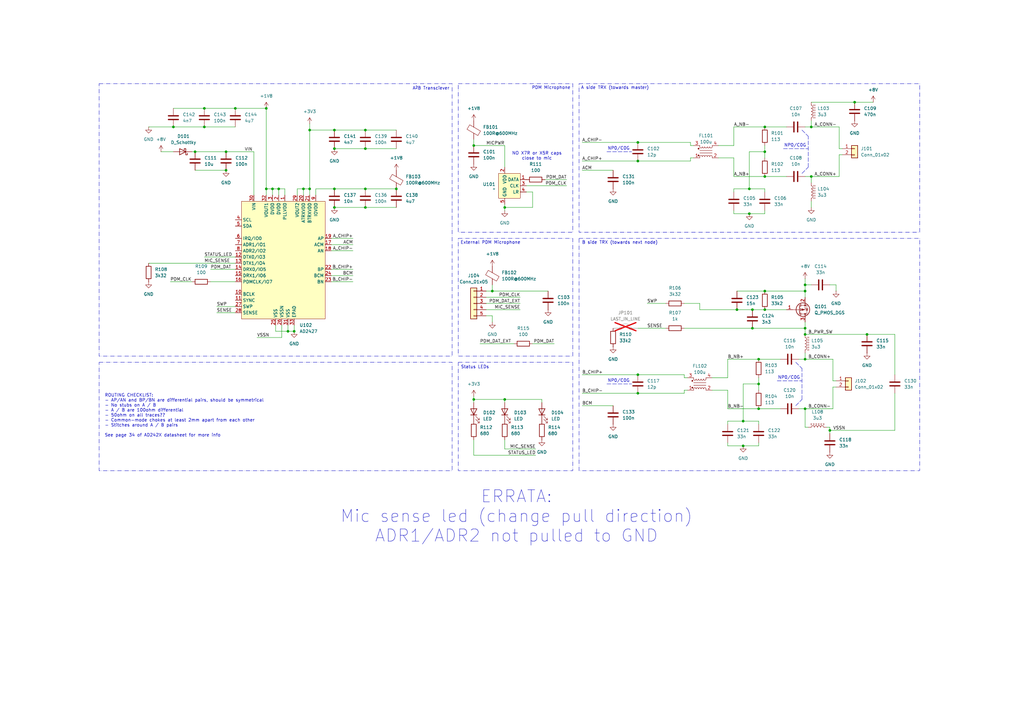
<source format=kicad_sch>
(kicad_sch (version 20231120) (generator "eeschema") (generator_version "8.0")
  (paper "A3")
  (junction (at 137.16 60.96))
  (junction (at 313.69 62.23))
  (junction (at 313.69 52.07))
  (junction (at 118.11 135.89))
  (junction (at 307.34 77.47))
  (junction (at 92.71 62.23))
  (junction (at 313.69 72.39))
  (junction (at 330.2 167.64))
  (junction (at 311.15 157.48))
  (junction (at 124.46 77.47))
  (junction (at 332.74 72.39))
  (junction (at 109.22 44.45))
  (junction (at 149.86 85.09))
  (junction (at 83.82 44.45))
  (junction (at 83.82 52.07))
  (junction (at 149.86 77.47))
  (junction (at 96.52 44.45))
  (junction (at 120.65 135.89))
  (junction (at 330.2 119.38))
  (junction (at 149.86 60.96))
  (junction (at 261.62 161.29))
  (junction (at 311.15 147.32))
  (junction (at 80.01 62.23))
  (junction (at 340.36 176.53))
  (junction (at 137.16 77.47))
  (junction (at 127 77.47))
  (junction (at 194.31 163.83))
  (junction (at 304.8 182.88))
  (junction (at 307.34 87.63))
  (junction (at 111.76 77.47))
  (junction (at 308.61 127))
  (junction (at 350.52 41.91))
  (junction (at 149.86 53.34))
  (junction (at 302.26 127))
  (junction (at 71.12 52.07))
  (junction (at 313.69 127))
  (junction (at 332.74 52.07))
  (junction (at 207.01 85.09))
  (junction (at 261.62 66.04))
  (junction (at 330.2 137.16))
  (junction (at 162.56 77.47))
  (junction (at 92.71 69.85))
  (junction (at 207.01 163.83))
  (junction (at 261.62 58.42))
  (junction (at 194.31 59.69))
  (junction (at 330.2 134.62))
  (junction (at 137.16 85.09))
  (junction (at 137.16 53.34))
  (junction (at 201.93 119.38))
  (junction (at 330.2 116.84))
  (junction (at 355.6 137.16))
  (junction (at 330.2 147.32))
  (junction (at 127 53.34))
  (junction (at 304.8 172.72))
  (junction (at 311.15 167.64))
  (junction (at 114.3 77.47))
  (junction (at 313.69 119.38))
  (junction (at 308.61 134.62))
  (junction (at 261.62 153.67))
  (junction (at 109.22 77.47))
  (wire (pts (xy 207.01 163.83) (xy 222.25 163.83)))
  (wire (pts (xy 118.11 133.35) (xy 118.11 135.89)))
  (wire (pts (xy 330.2 132.08) (xy 330.2 134.62)))
  (wire (pts (xy 69.85 115.57) (xy 78.74 115.57)))
  (wire (pts (xy 287.02 127) (xy 302.26 127)))
  (polyline (pts (xy 248.92 62.23) (xy 259.08 62.23)) (stroke (width 0) (type dash)))
  (wire (pts (xy 104.14 62.23) (xy 104.14 80.01)))
  (wire (pts (xy 313.69 62.23) (xy 313.69 64.77)))
  (wire (pts (xy 207.01 83.82) (xy 207.01 85.09)))
  (wire (pts (xy 92.71 62.23) (xy 104.14 62.23)))
  (wire (pts (xy 367.03 137.16) (xy 355.6 137.16)))
  (wire (pts (xy 341.63 158.75) (xy 341.63 167.64)))
  (wire (pts (xy 201.93 119.38) (xy 199.39 119.38)))
  (wire (pts (xy 313.69 72.39) (xy 322.58 72.39)))
  (wire (pts (xy 109.22 80.01) (xy 109.22 77.47)))
  (polyline (pts (xy 331.47 68.58) (xy 331.47 55.88)) (stroke (width 0) (type dash)))
  (wire (pts (xy 340.36 175.26) (xy 340.36 176.53)))
  (wire (pts (xy 83.82 44.45) (xy 96.52 44.45)))
  (wire (pts (xy 300.99 86.36) (xy 300.99 87.63)))
  (wire (pts (xy 330.2 137.16) (xy 355.6 137.16)))
  (wire (pts (xy 300.99 59.69) (xy 300.99 52.07)))
  (wire (pts (xy 280.67 153.67) (xy 280.67 154.94)))
  (wire (pts (xy 238.76 58.42) (xy 261.62 58.42)))
  (wire (pts (xy 96.52 44.45) (xy 109.22 44.45)))
  (wire (pts (xy 298.45 167.64) (xy 311.15 167.64)))
  (polyline (pts (xy 328.93 163.83) (xy 328.93 151.13)) (stroke (width 0) (type dash)))
  (wire (pts (xy 344.17 72.39) (xy 332.74 72.39)))
  (wire (pts (xy 367.03 153.67) (xy 367.03 137.16)))
  (wire (pts (xy 135.89 115.57) (xy 144.78 115.57)))
  (wire (pts (xy 261.62 134.62) (xy 273.05 134.62)))
  (wire (pts (xy 127 53.34) (xy 127 77.47)))
  (wire (pts (xy 149.86 60.96) (xy 162.56 60.96)))
  (wire (pts (xy 60.96 52.07) (xy 71.12 52.07)))
  (wire (pts (xy 313.69 87.63) (xy 313.69 86.36)))
  (wire (pts (xy 307.34 77.47) (xy 307.34 62.23)))
  (wire (pts (xy 135.89 113.03) (xy 144.78 113.03)))
  (wire (pts (xy 332.74 72.39) (xy 332.74 74.93)))
  (wire (pts (xy 201.93 116.84) (xy 201.93 119.38)))
  (wire (pts (xy 194.31 162.56) (xy 194.31 163.83)))
  (wire (pts (xy 88.9 128.27) (xy 96.52 128.27)))
  (wire (pts (xy 327.66 167.64) (xy 330.2 167.64)))
  (wire (pts (xy 280.67 134.62) (xy 308.61 134.62)))
  (wire (pts (xy 194.31 180.34) (xy 194.31 186.69)))
  (wire (pts (xy 238.76 69.85) (xy 251.46 69.85)))
  (wire (pts (xy 330.2 114.3) (xy 330.2 116.84)))
  (wire (pts (xy 292.1 154.94) (xy 298.45 154.94)))
  (wire (pts (xy 238.76 153.67) (xy 261.62 153.67)))
  (wire (pts (xy 340.36 175.26) (xy 339.09 175.26)))
  (wire (pts (xy 298.45 181.61) (xy 298.45 182.88)))
  (wire (pts (xy 300.99 87.63) (xy 307.34 87.63)))
  (wire (pts (xy 71.12 44.45) (xy 83.82 44.45)))
  (wire (pts (xy 300.99 52.07) (xy 313.69 52.07)))
  (wire (pts (xy 261.62 161.29) (xy 280.67 161.29)))
  (wire (pts (xy 330.2 175.26) (xy 331.47 175.26)))
  (wire (pts (xy 330.2 52.07) (xy 332.74 52.07)))
  (wire (pts (xy 298.45 160.02) (xy 298.45 167.64)))
  (wire (pts (xy 207.01 163.83) (xy 207.01 165.1)))
  (wire (pts (xy 280.67 124.46) (xy 287.02 124.46)))
  (wire (pts (xy 194.31 163.83) (xy 194.31 165.1)))
  (wire (pts (xy 121.92 77.47) (xy 124.46 77.47)))
  (wire (pts (xy 292.1 160.02) (xy 298.45 160.02)))
  (wire (pts (xy 199.39 124.46) (xy 213.36 124.46)))
  (wire (pts (xy 113.03 135.89) (xy 118.11 135.89)))
  (wire (pts (xy 114.3 77.47) (xy 116.84 77.47)))
  (wire (pts (xy 283.21 58.42) (xy 283.21 59.69)))
  (wire (pts (xy 83.82 52.07) (xy 96.52 52.07)))
  (wire (pts (xy 304.8 182.88) (xy 311.15 182.88)))
  (wire (pts (xy 304.8 157.48) (xy 311.15 157.48)))
  (wire (pts (xy 207.01 85.09) (xy 207.01 86.36)))
  (wire (pts (xy 120.65 135.89) (xy 120.65 133.35)))
  (wire (pts (xy 304.8 172.72) (xy 304.8 157.48)))
  (wire (pts (xy 298.45 172.72) (xy 304.8 172.72)))
  (wire (pts (xy 149.86 85.09) (xy 162.56 85.09)))
  (wire (pts (xy 105.41 138.43) (xy 115.57 138.43)))
  (wire (pts (xy 223.52 73.66) (xy 232.41 73.66)))
  (wire (pts (xy 307.34 87.63) (xy 313.69 87.63)))
  (wire (pts (xy 330.2 167.64) (xy 341.63 167.64)))
  (wire (pts (xy 135.89 110.49) (xy 144.78 110.49)))
  (wire (pts (xy 341.63 156.21) (xy 342.9 156.21)))
  (wire (pts (xy 367.03 176.53) (xy 367.03 161.29)))
  (polyline (pts (xy 318.77 156.21) (xy 328.93 156.21)) (stroke (width 0) (type dash)))
  (wire (pts (xy 300.99 78.74) (xy 300.99 77.47)))
  (wire (pts (xy 113.03 133.35) (xy 113.03 135.89)))
  (wire (pts (xy 129.54 80.01) (xy 129.54 77.47)))
  (wire (pts (xy 137.16 53.34) (xy 149.86 53.34)))
  (wire (pts (xy 194.31 57.15) (xy 194.31 59.69)))
  (wire (pts (xy 135.89 102.87) (xy 144.78 102.87)))
  (wire (pts (xy 283.21 66.04) (xy 283.21 64.77)))
  (wire (pts (xy 121.92 80.01) (xy 121.92 77.47)))
  (wire (pts (xy 330.2 167.64) (xy 330.2 175.26)))
  (wire (pts (xy 298.45 182.88) (xy 304.8 182.88)))
  (wire (pts (xy 280.67 154.94) (xy 281.94 154.94)))
  (wire (pts (xy 300.99 64.77) (xy 300.99 72.39)))
  (wire (pts (xy 344.17 52.07) (xy 344.17 60.96)))
  (wire (pts (xy 238.76 66.04) (xy 261.62 66.04)))
  (wire (pts (xy 327.66 147.32) (xy 330.2 147.32)))
  (wire (pts (xy 201.93 132.08) (xy 201.93 129.54)))
  (wire (pts (xy 313.69 119.38) (xy 330.2 119.38)))
  (wire (pts (xy 308.61 134.62) (xy 330.2 134.62)))
  (wire (pts (xy 307.34 62.23) (xy 313.69 62.23)))
  (wire (pts (xy 313.69 127) (xy 322.58 127)))
  (wire (pts (xy 124.46 77.47) (xy 127 77.47)))
  (polyline (pts (xy 326.39 148.59) (xy 328.93 151.13)) (stroke (width 0) (type dash)))
  (wire (pts (xy 149.86 53.34) (xy 162.56 53.34)))
  (wire (pts (xy 313.69 59.69) (xy 313.69 62.23)))
  (polyline (pts (xy 321.31 60.96) (xy 331.47 60.96)) (stroke (width 0) (type dash)))
  (wire (pts (xy 135.89 100.33) (xy 144.78 100.33)))
  (wire (pts (xy 238.76 166.37) (xy 251.46 166.37)))
  (polyline (pts (xy 248.92 157.48) (xy 259.08 157.48)) (stroke (width 0) (type dash)))
  (wire (pts (xy 215.9 76.2) (xy 232.41 76.2)))
  (wire (pts (xy 345.44 63.5) (xy 344.17 63.5)))
  (wire (pts (xy 311.15 172.72) (xy 311.15 173.99)))
  (wire (pts (xy 294.64 64.77) (xy 300.99 64.77)))
  (wire (pts (xy 207.01 59.69) (xy 207.01 68.58)))
  (wire (pts (xy 199.39 127) (xy 213.36 127)))
  (wire (pts (xy 207.01 85.09) (xy 218.44 85.09)))
  (wire (pts (xy 222.25 163.83) (xy 222.25 165.1)))
  (wire (pts (xy 219.71 184.15) (xy 207.01 184.15)))
  (wire (pts (xy 311.15 167.64) (xy 320.04 167.64)))
  (wire (pts (xy 109.22 77.47) (xy 111.76 77.47)))
  (wire (pts (xy 308.61 127) (xy 313.69 127)))
  (wire (pts (xy 283.21 59.69) (xy 284.48 59.69)))
  (wire (pts (xy 311.15 157.48) (xy 311.15 160.02)))
  (wire (pts (xy 283.21 64.77) (xy 284.48 64.77)))
  (wire (pts (xy 135.89 97.79) (xy 144.78 97.79)))
  (wire (pts (xy 88.9 125.73) (xy 96.52 125.73)))
  (wire (pts (xy 207.01 180.34) (xy 207.01 184.15)))
  (wire (pts (xy 294.64 59.69) (xy 300.99 59.69)))
  (wire (pts (xy 127 50.8) (xy 127 53.34)))
  (wire (pts (xy 66.04 62.23) (xy 71.12 62.23)))
  (wire (pts (xy 124.46 77.47) (xy 124.46 80.01)))
  (wire (pts (xy 313.69 77.47) (xy 313.69 78.74)))
  (wire (pts (xy 86.36 110.49) (xy 96.52 110.49)))
  (wire (pts (xy 111.76 77.47) (xy 111.76 80.01)))
  (wire (pts (xy 298.45 147.32) (xy 311.15 147.32)))
  (wire (pts (xy 115.57 138.43) (xy 115.57 133.35)))
  (wire (pts (xy 218.44 78.74) (xy 215.9 78.74)))
  (wire (pts (xy 311.15 154.94) (xy 311.15 157.48)))
  (wire (pts (xy 350.52 41.91) (xy 358.14 41.91)))
  (wire (pts (xy 298.45 173.99) (xy 298.45 172.72)))
  (wire (pts (xy 330.2 144.78) (xy 330.2 147.32)))
  (wire (pts (xy 78.74 62.23) (xy 80.01 62.23)))
  (wire (pts (xy 304.8 172.72) (xy 311.15 172.72)))
  (wire (pts (xy 330.2 119.38) (xy 330.2 121.92)))
  (wire (pts (xy 298.45 154.94) (xy 298.45 147.32)))
  (wire (pts (xy 60.96 107.95) (xy 96.52 107.95)))
  (wire (pts (xy 149.86 77.47) (xy 162.56 77.47)))
  (wire (pts (xy 261.62 153.67) (xy 280.67 153.67)))
  (wire (pts (xy 86.36 115.57) (xy 96.52 115.57)))
  (wire (pts (xy 332.74 72.39) (xy 330.2 72.39)))
  (wire (pts (xy 194.31 59.69) (xy 207.01 59.69)))
  (wire (pts (xy 332.74 41.91) (xy 350.52 41.91)))
  (wire (pts (xy 261.62 66.04) (xy 283.21 66.04)))
  (wire (pts (xy 137.16 77.47) (xy 149.86 77.47)))
  (wire (pts (xy 330.2 116.84) (xy 330.2 119.38)))
  (wire (pts (xy 300.99 77.47) (xy 307.34 77.47)))
  (wire (pts (xy 340.36 176.53) (xy 367.03 176.53)))
  (wire (pts (xy 313.69 52.07) (xy 322.58 52.07)))
  (wire (pts (xy 218.44 85.09) (xy 218.44 78.74)))
  (wire (pts (xy 330.2 147.32) (xy 341.63 147.32)))
  (wire (pts (xy 194.31 186.69) (xy 219.71 186.69)))
  (wire (pts (xy 287.02 124.46) (xy 287.02 127)))
  (wire (pts (xy 340.36 116.84) (xy 342.9 116.84)))
  (wire (pts (xy 71.12 52.07) (xy 83.82 52.07)))
  (wire (pts (xy 194.31 163.83) (xy 207.01 163.83)))
  (wire (pts (xy 342.9 158.75) (xy 341.63 158.75)))
  (wire (pts (xy 127 77.47) (xy 127 80.01)))
  (wire (pts (xy 302.26 127) (xy 308.61 127)))
  (wire (pts (xy 344.17 63.5) (xy 344.17 72.39)))
  (wire (pts (xy 311.15 182.88) (xy 311.15 181.61)))
  (wire (pts (xy 261.62 58.42) (xy 283.21 58.42)))
  (wire (pts (xy 116.84 77.47) (xy 116.84 80.01)))
  (wire (pts (xy 280.67 161.29) (xy 280.67 160.02)))
  (wire (pts (xy 330.2 116.84) (xy 332.74 116.84)))
  (wire (pts (xy 311.15 147.32) (xy 320.04 147.32)))
  (wire (pts (xy 302.26 119.38) (xy 313.69 119.38)))
  (wire (pts (xy 196.85 140.97) (xy 210.82 140.97)))
  (wire (pts (xy 80.01 69.85) (xy 92.71 69.85)))
  (wire (pts (xy 300.99 72.39) (xy 313.69 72.39)))
  (wire (pts (xy 332.74 52.07) (xy 344.17 52.07)))
  (wire (pts (xy 332.74 49.53) (xy 332.74 52.07)))
  (wire (pts (xy 330.2 134.62) (xy 330.2 137.16)))
  (wire (pts (xy 342.9 119.38) (xy 342.9 116.84)))
  (wire (pts (xy 341.63 147.32) (xy 341.63 156.21)))
  (wire (pts (xy 332.74 85.09) (xy 332.74 82.55)))
  (wire (pts (xy 137.16 60.96) (xy 149.86 60.96)))
  (wire (pts (xy 118.11 135.89) (xy 120.65 135.89)))
  (wire (pts (xy 280.67 160.02) (xy 281.94 160.02)))
  (wire (pts (xy 265.43 124.46) (xy 273.05 124.46)))
  (wire (pts (xy 199.39 121.92) (xy 213.36 121.92)))
  (wire (pts (xy 201.93 129.54) (xy 199.39 129.54)))
  (wire (pts (xy 83.82 105.41) (xy 96.52 105.41)))
  (wire (pts (xy 111.76 77.47) (xy 114.3 77.47)))
  (wire (pts (xy 218.44 140.97) (xy 227.33 140.97)))
  (wire (pts (xy 201.93 119.38) (xy 224.79 119.38)))
  (wire (pts (xy 127 53.34) (xy 137.16 53.34)))
  (polyline (pts (xy 328.93 53.34) (xy 331.47 55.88)) (stroke (width 0) (type dash)))
  (wire (pts (xy 137.16 85.09) (xy 149.86 85.09)))
  (wire (pts (xy 307.34 77.47) (xy 313.69 77.47)))
  (wire (pts (xy 80.01 62.23) (xy 92.71 62.23)))
  (polyline (pts (xy 326.39 166.37) (xy 328.93 163.83)) (stroke (width 0) (type dash)))
  (wire (pts (xy 129.54 77.47) (xy 137.16 77.47)))
  (wire (pts (xy 238.76 161.29) (xy 261.62 161.29)))
  (wire (pts (xy 344.17 60.96) (xy 345.44 60.96)))
  (wire (pts (xy 340.36 177.8) (xy 340.36 176.53)))
  (wire (pts (xy 109.22 44.45) (xy 109.22 77.47)))
  (wire (pts (xy 114.3 77.47) (xy 114.3 80.01)))
  (polyline (pts (xy 328.93 71.12) (xy 331.47 68.58)) (stroke (width 0) (type dash)))
  (rectangle (start 187.96 148.59) (end 234.95 193.04) (stroke (width 0) (type dash_dot)))
  (rectangle (start 237.49 34.29) (end 377.19 95.25) (stroke (width 0) (type dash_dot)))
  (rectangle (start 237.49 97.79) (end 377.19 193.04) (stroke (width 0) (type dash_dot)))
  (rectangle (start 187.96 97.79) (end 234.95 146.05) (stroke (width 0) (type dash_dot)))
  (rectangle (start 187.96 34.29) (end 234.95 95.25) (stroke (width 0) (type dash_dot)))
  (rectangle (start 40.64 148.59) (end 185.42 193.04) (stroke (width 0) (type dash_dot)))
  (rectangle (start 40.64 34.29) (end 185.42 146.05) (stroke (width 0) (type dash_dot)))
  (text "B side TRX (towards next node)" (at 254.254 99.568 0) (effects (font (size 1.27 1.27))))
  (text "Status LEDs" (at 194.818 150.622 0) (effects (font (size 1.27 1.27))))
  (text "ROUTING CHECKLIST:\n- AP/AN and BP/BN are differential pairs, should be symmetrical\n- No stubs on A / B\n- A / B are 100ohm differential\n- 50ohm on all traces??\n- Common-mode chokes at least 2mm apart from each other\n- Stitches around A / B pairs\n\nSee page 34 of AD242X datasheet for more info" (at 42.926 170.434 0) (effects (font (size 1.27 1.27)) (justify left)))
  (text "NP0/C0G" (at 323.596 154.94 0) (effects (font (size 1.27 1.27))))
  (text "A^{2}B Transciever" (at 176.784 36.322 0) (effects (font (size 1.27 1.27))))
  (text "A side TRX (towards master)" (at 252.222 36.068 0) (effects (font (size 1.27 1.27))))
  (text "PDM Microphone" (at 226.06 36.068 0) (effects (font (size 1.27 1.27))))
  (text "NP0/C0G" (at 253.746 60.96 0) (effects (font (size 1.27 1.27))))
  (text "NO X7R or X5R caps\nclose to mic" (at 220.218 64.008 0) (effects (font (size 1.27 1.27))))
  (text "External PDM Microphone" (at 201.168 99.568 0) (effects (font (size 1.27 1.27))))
  (text "NP0/C0G" (at 326.136 59.69 0) (effects (font (size 1.27 1.27))))
  (text "ERRATA:\nMic sense led (change pull direction)\nADR1/ADR2 not pulled to GND" (at 211.836 211.836 0) (effects (font (size 5 5))))
  (text "NP0/C0G" (at 253.746 156.21 0) (effects (font (size 1.27 1.27))))
  (label "A_NB+" (at 300.99 72.39 0))
  (label "ACM" (at 144.78 100.33 180))
  (label "MIC_SENSE" (at 219.71 184.15 180))
  (label "STATUS_LED" (at 219.71 186.69 180))
  (label "A_CONN-" (at 334.01 52.07 0))
  (label "A_CHIP+" (at 238.76 66.04 0))
  (label "PDM_DAT_EXT" (at 213.36 124.46 180))
  (label "A_CHIP-" (at 238.76 58.42 0))
  (label "ACM" (at 238.76 69.85 0))
  (label "B_CHIP+" (at 144.78 110.49 180))
  (label "MIC_SENSE" (at 213.36 127 180))
  (label "PDM_CLK" (at 232.41 76.2 180))
  (label "MIC_SENSE" (at 83.82 107.95 0))
  (label "B_CHIP-" (at 144.78 115.57 180))
  (label "VSSN" (at 105.41 138.43 0))
  (label "MICPWR" (at 199.39 59.69 0))
  (label "BCM" (at 144.78 113.03 180))
  (label "SWP" (at 88.9 125.73 0))
  (label "B_CHIP+" (at 238.76 153.67 0))
  (label "VIN" (at 100.33 62.23 0))
  (label "SENSE" (at 265.43 134.62 0))
  (label "B_CHIP-" (at 238.76 161.29 0))
  (label "A_CHIP+" (at 144.78 97.79 180))
  (label "PDM_DAT_EXT" (at 196.85 140.97 0))
  (label "A_NB-" (at 300.99 52.07 0))
  (label "B_CONN+" (at 331.47 147.32 0))
  (label "PDM_CLK" (at 213.36 121.92 180))
  (label "B_NB-" (at 298.45 167.64 0))
  (label "BCM" (at 238.76 166.37 0))
  (label "PDM_CLK" (at 69.85 115.57 0))
  (label "A_CHIP-" (at 144.78 102.87 180))
  (label "B_PWR_SW" (at 331.47 137.16 0))
  (label "B_CONN-" (at 331.47 167.64 0))
  (label "PDM_DAT" (at 86.36 110.49 0))
  (label "VSSN" (at 346.71 176.53 180))
  (label "PDM_DAT" (at 232.41 73.66 180))
  (label "SENSE" (at 88.9 128.27 0))
  (label "SWP" (at 265.43 124.46 0))
  (label "B_NB+" (at 298.45 147.32 0))
  (label "PDM_DAT" (at 227.33 140.97 180))
  (label "STATUS_LED" (at 83.82 105.41 0))
  (label "A_CONN+" (at 334.01 72.39 0))
  (symbol (lib_id "Device:C") (at 355.6 140.97 0) (unit 1)
    (property "Reference" "C115" (at 359.41 139.6999 0) (effects (justify left)))
    (property "Value" "33n" (at 359.41 142.2399 0) (effects (justify left)))
    (property "Footprint" "Capacitor_SMD:C_0603_1608Metric" (effects (hide yes)))
    (property "Description" "Unpolarized capacitor" (effects (hide yes)))
    (property "JLC" "0603" (effects (hide yes)))
    (property "LCSC" "C21117" (effects (hide yes)))
  )
  (symbol (lib_id "Device:LED") (at 207.01 168.91 90) (unit 1)
    (property "Reference" "D103" (at 210.82 169.2274 90) (effects (justify right)))
    (property "Value" "LED" (at 210.82 171.7674 90) (effects (justify right)))
    (property "Footprint" "LED_SMD:LED_0603_1608Metric" (effects (hide yes)))
    (property "Description" "Light emitting diode" (effects (hide yes)))
    (property "JLC" "0603" (effects (hide yes)))
    (property "LCSC" "C2286" (effects (hide yes)))
  )
  (symbol (lib_id "Device:C") (at 162.56 81.28 0) (unit 1)
    (property "Reference" "C138" (at 166.37 80.0099 0) (effects (justify left)))
    (property "Value" "4u7" (at 166.37 82.5499 0) (effects (justify left)))
    (property "Footprint" "Capacitor_SMD:C_0603_1608Metric" (effects (hide yes)))
    (property "Description" "Unpolarized capacitor" (effects (hide yes)))
    (property "JLC" "0603" (effects (hide yes)))
    (property "LCSC" "C19666" (effects (hide yes)))
  )
  (symbol (lib_id "Device:R") (at 60.96 111.76 0) (unit 1)
    (property "Reference" "R108" (at 63.5 110.4899 0) (effects (justify left)))
    (property "Value" "3k32" (at 63.5 113.0299 0) (effects (justify left)))
    (property "Footprint" "Resistor_SMD:R_0402_1005Metric" (effects (hide yes)))
    (property "Description" "Resistor" (effects (hide yes)))
    (property "JLC" "0402" (effects (hide yes)))
    (property "LCSC" "C321450" (effects (hide yes)))
  )
  (symbol (lib_id "Device:D_Schottky") (at 74.93 62.23 180) (unit 1)
    (property "Reference" "D101" (at 75.2475 55.88 0))
    (property "Value" "D_Schottky" (at 75.2475 58.42 0))
    (property "Footprint" "Diode_SMD:D_SMA" (effects (hide yes)))
    (property "Description" "Schottky diode" (effects (hide yes)))
    (property "JLC" "SMA(DO-214AC)" (effects (hide yes)))
    (property "LCSC" "C8678" (effects (hide yes)))
  )
  (symbol (lib_id "Device:C") (at 350.52 45.72 0) (unit 1)
    (property "Reference" "C109" (at 354.33 44.4499 0) (effects (justify left)))
    (property "Value" "470n" (at 354.33 46.9899 0) (effects (justify left)))
    (property "Footprint" "Capacitor_SMD:C_0805_2012Metric" (effects (hide yes)))
    (property "Description" "Unpolarized capacitor" (effects (hide yes)))
    (property "JLC" "0805" (effects (hide yes)))
    (property "LCSC" "C13967" (effects (hide yes)))
  )
  (symbol (lib_id "Device:C") (at 261.62 157.48 180) (unit 1)
    (property "Reference" "C117" (at 265.43 156.2099 0) (effects (justify right)))
    (property "Value" "12p" (at 265.43 158.7499 0) (effects (justify right)))
    (property "Footprint" "Capacitor_SMD:C_0402_1005Metric" (effects (hide yes)))
    (property "Description" "Unpolarized capacitor" (effects (hide yes)))
    (property "JLC" "0402" (effects (hide yes)))
    (property "LCSC" "C1547" (effects (hide yes)))
  )
  (symbol (lib_id "Device:C") (at 298.45 177.8 180) (unit 1)
    (property "Reference" "C121" (at 302.26 176.5299 0) (effects (justify right)))
    (property "Value" "33n" (at 302.26 179.0699 0) (effects (justify right)))
    (property "Footprint" "Capacitor_SMD:C_0603_1608Metric" (effects (hide yes)))
    (property "Description" "Unpolarized capacitor" (effects (hide yes)))
    (property "JLC" "0603" (effects (hide yes)))
    (property "LCSC" "C21117" (effects (hide yes)))
  )
  (symbol (lib_id "Connector_Generic:Conn_01x02") (at 347.98 156.21 0) (unit 1)
    (property "Reference" "J102" (at 350.52 156.2099 0) (effects (justify left)))
    (property "Value" "Conn_01x02" (at 350.52 158.7499 0) (effects (justify left)))
    (property "Footprint" "Connector_JST:JST_PH_S2B-PH-SM4-TB_1x02-1MP_P2.00mm_Horizontal" (effects (hide yes)))
    (property "Description" "Generic connector, single row, 01x02, script generated (kicad-library-utils/schlib/autogen/connector/)" (effects (hide yes)))
    (property "JLC" "SMD,P=2mm" (effects (hide yes)))
    (property "LCSC" "C295747" (effects (hide yes)))
  )
  (symbol (lib_id "Device:L_Ferrite") (at 330.2 140.97 0) (unit 1)
    (property "Reference" "L105" (at 332.74 139.6999 0) (effects (justify left)))
    (property "Value" "3u3" (at 332.74 142.2399 0) (effects (justify left)))
    (property "Footprint" "Inductor_SMD:L_0805_2012Metric" (effects (hide yes)))
    (property "Description" "Inductor with ferrite core" (effects (hide yes)))
    (property "JLC" "0805" (effects (hide yes)))
    (property "LCSC" "C162585" (effects (hide yes)))
  )
  (symbol (lib_id "Device:R") (at 251.46 138.43 180) (unit 1)
    (property "Reference" "R110" (at 254 137.1599 0) (effects (justify right)))
    (property "Value" "33k2" (at 254 139.6999 0) (effects (justify right)))
    (property "Footprint" "Resistor_SMD:R_0402_1005Metric" (effects (hide yes)))
    (property "Description" "Resistor" (effects (hide yes)))
    (property "JLC" "0402" (effects (hide yes)))
    (property "LCSC" "C122548" (effects (hide yes)))
  )
  (symbol (lib_id "Device:R") (at 222.25 176.53 0) (unit 1)
    (property "Reference" "R114" (at 224.79 175.2599 0) (effects (justify left)))
    (property "Value" "680" (at 224.79 177.7999 0) (effects (justify left)))
    (property "Footprint" "Resistor_SMD:R_0402_1005Metric" (effects (hide yes)))
    (property "Description" "Resistor" (effects (hide yes)))
    (property "JLC" "0402" (effects (hide yes)))
    (property "LCSC" "C25130" (effects (hide yes)))
  )
  (symbol (lib_id "power:+8V") (at 66.04 62.23 0) (unit 1)
    (property "Reference" "#PWR0109" (effects (hide yes)))
    (property "Value" "+8V" (at 66.04 57.15 0))
    (property "Description" "Power symbol creates a global label with name \"+8V\"" (effects (hide yes)))
  )
  (symbol (lib_id "power:GND") (at 304.8 182.88 0) (unit 1)
    (property "Reference" "#PWR0117" (effects (hide yes)))
    (property "Value" "GND" (at 304.8 187.96 0))
    (property "Description" "Power symbol creates a global label with name \"GND\" , ground" (effects (hide yes)))
  )
  (symbol (lib_id "Device:C") (at 137.16 57.15 0) (unit 1)
    (property "Reference" "C141" (at 140.97 55.8799 0) (effects (justify left)))
    (property "Value" "4n7" (at 140.97 58.4199 0) (effects (justify left)))
    (property "Footprint" "Capacitor_SMD:C_0402_1005Metric" (effects (hide yes)))
    (property "Description" "Unpolarized capacitor" (effects (hide yes)))
    (property "JLC" "0402" (effects (hide yes)))
    (property "LCSC" "C1538" (effects (hide yes)))
  )
  (symbol (lib_id "power:GND") (at 251.46 173.99 0) (unit 1)
    (property "Reference" "#PWR0121" (effects (hide yes)))
    (property "Value" "GND" (at 251.46 179.07 0))
    (property "Description" "Power symbol creates a global label with name \"GND\" , ground" (effects (hide yes)))
  )
  (symbol (lib_id "Device:C") (at 340.36 181.61 0) (unit 1)
    (property "Reference" "C118" (at 344.17 180.3399 0) (effects (justify left)))
    (property "Value" "33n" (at 344.17 182.8799 0) (effects (justify left)))
    (property "Footprint" "Capacitor_SMD:C_0603_1608Metric" (effects (hide yes)))
    (property "Description" "Unpolarized capacitor" (effects (hide yes)))
    (property "JLC" "0603" (effects (hide yes)))
    (property "LCSC" "C21117" (effects (hide yes)))
  )
  (symbol (lib_id "Jumper:Jumper_2_Open") (at 256.54 134.62 0) (unit 1) (exclude_from_sim yes) (dnp yes)
    (property "Reference" "JP101" (at 256.54 128.27 0))
    (property "Value" "LAST_IN_LINE" (at 256.54 130.81 0))
    (property "Footprint" "Connector_PinHeader_1.27mm:PinHeader_1x02_P1.27mm_Vertical" (effects (hide yes)))
    (property "Description" "Jumper, 2-pole, open" (effects (hide yes)))
  )
  (symbol (lib_id "Device:C") (at 149.86 57.15 0) (unit 1)
    (property "Reference" "C139" (at 153.67 55.8799 0) (effects (justify left)))
    (property "Value" "100n" (at 153.67 58.4199 0) (effects (justify left)))
    (property "Footprint" "Capacitor_SMD:C_0402_1005Metric" (effects (hide yes)))
    (property "Description" "Unpolarized capacitor" (effects (hide yes)))
    (property "JLC" "0402" (effects (hide yes)))
    (property "LCSC" "C307331" (effects (hide yes)))
  )
  (symbol (lib_id "Device:C") (at 80.01 66.04 0) (unit 1)
    (property "Reference" "C111" (at 83.82 64.7699 0) (effects (justify left)))
    (property "Value" "10u" (at 83.82 67.3099 0) (effects (justify left)))
    (property "Footprint" "Capacitor_SMD:C_0805_2012Metric" (effects (hide yes)))
    (property "Description" "Unpolarized capacitor" (effects (hide yes)))
    (property "JLC" "0805" (effects (hide yes)))
    (property "LCSC" "C440198" (effects (hide yes)))
  )
  (symbol (lib_id "power:GND") (at 350.52 49.53 0) (unit 1)
    (property "Reference" "#PWR0107" (effects (hide yes)))
    (property "Value" "GND" (at 350.52 54.61 0))
    (property "Description" "Power symbol creates a global label with name \"GND\" , ground" (effects (hide yes)))
  )
  (symbol (lib_id "Device:C") (at 162.56 57.15 0) (unit 1)
    (property "Reference" "C140" (at 166.37 55.8799 0) (effects (justify left)))
    (property "Value" "4u7" (at 166.37 58.4199 0) (effects (justify left)))
    (property "Footprint" "Capacitor_SMD:C_0603_1608Metric" (effects (hide yes)))
    (property "Description" "Unpolarized capacitor" (effects (hide yes)))
    (property "JLC" "0603" (effects (hide yes)))
    (property "LCSC" "C19666" (effects (hide yes)))
  )
  (symbol (lib_id "Device:R") (at 194.31 176.53 0) (unit 1)
    (property "Reference" "R112" (at 196.85 175.2599 0) (effects (justify left)))
    (property "Value" "680" (at 196.85 177.7999 0) (effects (justify left)))
    (property "Footprint" "Resistor_SMD:R_0402_1005Metric" (effects (hide yes)))
    (property "Description" "Resistor" (effects (hide yes)))
    (property "JLC" "0402" (effects (hide yes)))
    (property "LCSC" "C25130" (effects (hide yes)))
  )
  (symbol (lib_id "Device:C") (at 300.99 82.55 180) (unit 1)
    (property "Reference" "C105" (at 304.8 81.2799 0) (effects (justify right)))
    (property "Value" "33n" (at 304.8 83.8199 0) (effects (justify right)))
    (property "Footprint" "Capacitor_SMD:C_0603_1608Metric" (effects (hide yes)))
    (property "Description" "Unpolarized capacitor" (effects (hide yes)))
    (property "JLC" "0603" (effects (hide yes)))
    (property "LCSC" "C21117" (effects (hide yes)))
  )
  (symbol (lib_id "Device:R") (at 313.69 68.58 0) (unit 1)
    (property "Reference" "R102" (at 316.23 67.3099 0) (effects (justify left)))
    (property "Value" "113" (at 316.23 69.8499 0) (effects (justify left)))
    (property "Footprint" "Resistor_SMD:R_0603_1608Metric" (effects (hide yes)))
    (property "Description" "Resistor" (effects (hide yes)))
    (property "JLC" "0603" (effects (hide yes)))
    (property "LCSC" "C22787" (effects (hide yes)))
  )
  (symbol (lib_id "power:+1V8") (at 194.31 49.53 0) (unit 1)
    (property "Reference" "#PWR0112" (effects (hide yes)))
    (property "Value" "+1V8" (at 194.31 44.45 0))
    (property "Description" "Power symbol creates a global label with name \"+1V8\"" (effects (hide yes)))
  )
  (symbol (lib_id "Device:C") (at 302.26 123.19 0) (unit 1)
    (property "Reference" "C123" (at 306.07 121.9199 0) (effects (justify left)))
    (property "Value" "15n" (at 306.07 124.4599 0) (effects (justify left)))
    (property "Footprint" "Capacitor_SMD:C_0603_1608Metric" (effects (hide yes)))
    (property "Description" "Unpolarized capacitor" (effects (hide yes)))
    (property "JLC" "0603" (effects (hide yes)))
    (property "LCSC" "C1596" (effects (hide yes)))
  )
  (symbol (lib_id "Device:C") (at 96.52 48.26 0) (unit 1)
    (property "Reference" "C144" (at 100.33 46.9899 0) (effects (justify left)))
    (property "Value" "4u7" (at 100.33 49.5299 0) (effects (justify left)))
    (property "Footprint" "Capacitor_SMD:C_0603_1608Metric" (effects (hide yes)))
    (property "Description" "Unpolarized capacitor" (effects (hide yes)))
    (property "JLC" "0603" (effects (hide yes)))
    (property "LCSC" "C19666" (effects (hide yes)))
  )
  (symbol (lib_id "Library:AD242X") (at 116.84 58.42 0) (unit 1)
    (property "Reference" "U102" (at 122.8441 133.35 0) (effects (justify left)))
    (property "Value" "AD2427" (at 122.8441 135.89 0) (effects (justify left)))
    (property "Footprint" "Package_CSP:LFCSP-32-1EP_5x5mm_P0.5mm_EP3.5x3.5mm" (effects (hide yes)))
    (property "Datasheet" "https://www.analog.com/media/en/technical-documentation/data-sheets/ad2426-ad2427-ad2428.pdf" (effects (hide yes)))
    (property "JLC" "LFCSP-32-SS(5x5)" (effects (hide yes)))
    (property "LCSC" "C649112" (effects (hide yes)))
  )
  (symbol (lib_id "power:+8V") (at 358.14 41.91 0) (unit 1)
    (property "Reference" "#PWR0108" (effects (hide yes)))
    (property "Value" "+8V" (at 358.14 36.83 0))
    (property "Description" "Power symbol creates a global label with name \"+8V\"" (effects (hide yes)))
  )
  (symbol (lib_id "Device:R") (at 311.15 163.83 0) (unit 1)
    (property "Reference" "R104" (at 313.69 162.5599 0) (effects (justify left)))
    (property "Value" "113" (at 313.69 165.0999 0) (effects (justify left)))
    (property "Footprint" "Resistor_SMD:R_0603_1608Metric" (effects (hide yes)))
    (property "Description" "Resistor" (effects (hide yes)))
    (property "JLC" "0603" (effects (hide yes)))
    (property "LCSC" "C22787" (effects (hide yes)))
  )
  (symbol (lib_id "power:GND") (at 137.16 60.96 0) (unit 1)
    (property "Reference" "#PWR0128" (effects (hide yes)))
    (property "Value" "GND" (at 137.16 66.04 0))
    (property "Description" "Power symbol creates a global label with name \"GND\" , ground" (effects (hide yes)))
  )
  (symbol (lib_id "Device:C") (at 149.86 81.28 0) (unit 1)
    (property "Reference" "C136" (at 153.67 80.0099 0) (effects (justify left)))
    (property "Value" "100n" (at 153.67 82.5499 0) (effects (justify left)))
    (property "Footprint" "Capacitor_SMD:C_0402_1005Metric" (effects (hide yes)))
    (property "Description" "Unpolarized capacitor" (effects (hide yes)))
    (property "JLC" "0402" (effects (hide yes)))
    (property "LCSC" "C307331" (effects (hide yes)))
  )
  (symbol (lib_id "Device:R") (at 207.01 176.53 0) (unit 1)
    (property "Reference" "R113" (at 209.55 175.2599 0) (effects (justify left)))
    (property "Value" "680" (at 209.55 177.7999 0) (effects (justify left)))
    (property "Footprint" "Resistor_SMD:R_0402_1005Metric" (effects (hide yes)))
    (property "Description" "Resistor" (effects (hide yes)))
    (property "JLC" "0402" (effects (hide yes)))
    (property "LCSC" "C25130" (effects (hide yes)))
  )
  (symbol (lib_id "Device:C") (at 83.82 48.26 0) (unit 1)
    (property "Reference" "C143" (at 87.63 46.9899 0) (effects (justify left)))
    (property "Value" "100n" (at 87.63 49.5299 0) (effects (justify left)))
    (property "Footprint" "Capacitor_SMD:C_0402_1005Metric" (effects (hide yes)))
    (property "Description" "Unpolarized capacitor" (effects (hide yes)))
    (property "JLC" "0402" (effects (hide yes)))
    (property "LCSC" "C307331" (effects (hide yes)))
  )
  (symbol (lib_id "Device:R") (at 313.69 55.88 0) (unit 1)
    (property "Reference" "R101" (at 316.23 54.6099 0) (effects (justify left)))
    (property "Value" "113" (at 316.23 57.1499 0) (effects (justify left)))
    (property "Footprint" "Resistor_SMD:R_0603_1608Metric" (effects (hide yes)))
    (property "Description" "Resistor" (effects (hide yes)))
    (property "JLC" "0603" (effects (hide yes)))
    (property "LCSC" "C22787" (effects (hide yes)))
  )
  (symbol (lib_id "power:GND") (at 340.36 185.42 0) (unit 1)
    (property "Reference" "#PWR0116" (effects (hide yes)))
    (property "Value" "GND" (at 340.36 190.5 0))
    (property "Description" "Power symbol creates a global label with name \"GND\" , ground" (effects (hide yes)))
  )
  (symbol (lib_id "Device:R") (at 276.86 134.62 90) (unit 1)
    (property "Reference" "R107" (at 276.86 128.27 90))
    (property "Value" "1k" (at 276.86 130.81 90))
    (property "Footprint" "Resistor_SMD:R_0402_1005Metric" (effects (hide yes)))
    (property "Description" "Resistor" (effects (hide yes)))
    (property "JLC" "0402" (effects (hide yes)))
    (property "LCSC" "C11702" (effects (hide yes)))
  )
  (symbol (lib_id "Device:FerriteBead") (at 201.93 113.03 180) (unit 1)
    (property "Reference" "FB102" (at 205.74 111.8107 0) (effects (justify right)))
    (property "Value" "100R@600MHz" (at 205.74 114.3507 0) (effects (justify right)))
    (property "Footprint" "Resistor_SMD:R_0603_1608Metric" (effects (hide yes)))
    (property "Description" "Ferrite bead" (effects (hide yes)))
    (property "JLC" "0603" (effects (hide yes)))
    (property "LCSC" "C1002" (effects (hide yes)))
  )
  (symbol (lib_id "Device:L_Ferrite") (at 335.28 175.26 90) (unit 1)
    (property "Reference" "L108" (at 335.28 168.91 90))
    (property "Value" "3u3" (at 335.28 171.45 90))
    (property "Footprint" "Inductor_SMD:L_0805_2012Metric" (effects (hide yes)))
    (property "Description" "Inductor with ferrite core" (effects (hide yes)))
    (property "JLC" "0805" (effects (hide yes)))
    (property "LCSC" "C162585" (effects (hide yes)))
  )
  (symbol (lib_id "power:GND") (at 92.71 69.85 0) (unit 1)
    (property "Reference" "#PWR0110" (effects (hide yes)))
    (property "Value" "GND" (at 92.71 74.93 0))
    (property "Description" "Power symbol creates a global label with name \"GND\" , ground" (effects (hide yes)))
  )
  (symbol (lib_id "Device:Filter_EMI_CommonMode") (at 289.56 62.23 0) (mirror x) (unit 1)
    (property "Reference" "FL101" (at 289.56 55.626 0))
    (property "Value" "100u" (at 289.56 58.166 0))
    (property "Footprint" "Library:TDK-ACT1210L-101-2P-TL00" (effects (hide yes)))
    (property "Description" "EMI 2-inductor common mode filter" (effects (hide yes)))
    (property "JLC" "SMD,3.9x2.5x2.5mm" (effects (hide yes)))
    (property "LCSC" "C307643" (effects (hide yes)))
  )
  (symbol (lib_id "power:+8V") (at 330.2 114.3 0) (unit 1)
    (property "Reference" "#PWR0113" (effects (hide yes)))
    (property "Value" "+8V" (at 330.2 109.22 0))
    (property "Description" "Power symbol creates a global label with name \"+8V\"" (effects (hide yes)))
  )
  (symbol (lib_id "power:GND") (at 224.79 127 0) (unit 1)
    (property "Reference" "#PWR0119" (effects (hide yes)))
    (property "Value" "GND" (at 224.79 132.08 0))
    (property "Description" "Power symbol creates a global label with name \"GND\" , ground" (effects (hide yes)))
  )
  (symbol (lib_id "power:GND") (at 194.31 67.31 0) (unit 1)
    (property "Reference" "#PWR0103" (effects (hide yes)))
    (property "Value" "GND" (at 194.31 72.39 0))
    (property "Description" "Power symbol creates a global label with name \"GND\" , ground" (effects (hide yes)))
  )
  (symbol (lib_id "power:GND") (at 355.6 144.78 0) (unit 1)
    (property "Reference" "#PWR0114" (effects (hide yes)))
    (property "Value" "GND" (at 355.6 149.86 0))
    (property "Description" "Power symbol creates a global label with name \"GND\" , ground" (effects (hide yes)))
  )
  (symbol (lib_id "power:GND") (at 307.34 87.63 0) (unit 1)
    (property "Reference" "#PWR0105" (effects (hide yes)))
    (property "Value" "GND" (at 307.34 92.71 0))
    (property "Description" "Power symbol creates a global label with name \"GND\" , ground" (effects (hide yes)))
  )
  (symbol (lib_id "power:GND") (at 60.96 52.07 0) (unit 1)
    (property "Reference" "#PWR0129" (effects (hide yes)))
    (property "Value" "GND" (at 60.96 57.15 0))
    (property "Description" "Power symbol creates a global label with name \"GND\" , ground" (effects (hide yes)))
  )
  (symbol (lib_id "Device:LED") (at 194.31 168.91 90) (unit 1)
    (property "Reference" "D102" (at 198.12 169.2274 90) (effects (justify right)))
    (property "Value" "LED" (at 198.12 171.7674 90) (effects (justify right)))
    (property "Footprint" "LED_SMD:LED_0603_1608Metric" (effects (hide yes)))
    (property "Description" "Light emitting diode" (effects (hide yes)))
    (property "JLC" "0603" (effects (hide yes)))
    (property "LCSC" "C2286" (effects (hide yes)))
  )
  (symbol (lib_id "Device:C") (at 326.39 72.39 270) (unit 1)
    (property "Reference" "C108" (at 326.39 64.77 90))
    (property "Value" "10n" (at 326.39 67.31 90))
    (property "Footprint" "Capacitor_SMD:C_0402_1005Metric" (effects (hide yes)))
    (property "Description" "Unpolarized capacitor" (effects (hide yes)))
    (property "JLC" "0402" (effects (hide yes)))
    (property "LCSC" "C3855387" (effects (hide yes)))
  )
  (symbol (lib_id "Device:FerriteBead") (at 162.56 73.66 180) (unit 1)
    (property "Reference" "FB103" (at 166.37 72.4407 0) (effects (justify right)))
    (property "Value" "100R@600MHz" (at 166.37 74.9807 0) (effects (justify right)))
    (property "Footprint" "Resistor_SMD:R_0603_1608Metric" (effects (hide yes)))
    (property "Description" "Ferrite bead" (effects (hide yes)))
    (property "JLC" "0603" (effects (hide yes)))
    (property "LCSC" "C1002" (effects (hide yes)))
  )
  (symbol (lib_id "Device:C") (at 137.16 81.28 0) (unit 1)
    (property "Reference" "C137" (at 140.97 80.0099 0) (effects (justify left)))
    (property "Value" "10n" (at 140.97 82.5499 0) (effects (justify left)))
    (property "Footprint" "Capacitor_SMD:C_0402_1005Metric" (effects (hide yes)))
    (property "Description" "Unpolarized capacitor" (effects (hide yes)))
    (property "JLC" "0402" (effects (hide yes)))
    (property "LCSC" "C3855387" (effects (hide yes)))
  )
  (symbol (lib_id "Device:C") (at 92.71 66.04 0) (unit 1)
    (property "Reference" "C112" (at 96.52 64.7699 0) (effects (justify left)))
    (property "Value" "100n" (at 96.52 67.3099 0) (effects (justify left)))
    (property "Footprint" "Capacitor_SMD:C_0402_1005Metric" (effects (hide yes)))
    (property "Description" "Unpolarized capacitor" (effects (hide yes)))
    (property "JLC" "0402" (effects (hide yes)))
    (property "LCSC" "C307331" (effects (hide yes)))
  )
  (symbol (lib_id "power:+3V3") (at 127 50.8 0) (unit 1)
    (property "Reference" "#PWR0111" (effects (hide yes)))
    (property "Value" "+3V3" (at 127 45.72 0))
    (property "Description" "Power symbol creates a global label with name \"+3V3\"" (effects (hide yes)))
  )
  (symbol (lib_id "Device:Q_PMOS_GSD") (at 327.66 127 0) (mirror x) (unit 1)
    (property "Reference" "Q101" (at 334.01 125.7299 0) (effects (justify left)))
    (property "Value" "Q_PMOS_DGS" (at 334.01 128.2699 0) (effects (justify left)))
    (property "Footprint" "Package_TO_SOT_SMD:SOT-23" (effects (hide yes)))
    (property "Description" "P-MOSFET transistor, gate/source/drain" (effects (hide yes)))
    (property "JLC" "SOT-23" (effects (hide yes)))
    (property "LCSC" "C15127" (effects (hide yes)))
  )
  (symbol (lib_id "Device:Filter_EMI_CommonMode") (at 287.02 157.48 0) (mirror x) (unit 1)
    (property "Reference" "FL102" (at 287.02 150.114 0))
    (property "Value" "100u" (at 287.02 152.654 0))
    (property "Footprint" "Library:TDK-ACT1210L-101-2P-TL00" (effects (hide yes)))
    (property "Description" "EMI 2-inductor common mode filter" (effects (hide yes)))
    (property "JLC" "SMD,3.9x2.5x2.5mm" (effects (hide yes)))
    (property "LCSC" "C307643" (effects (hide yes)))
  )
  (symbol (lib_id "Device:C") (at 367.03 157.48 0) (unit 1)
    (property "Reference" "C130" (at 370.84 156.2099 0) (effects (justify left)))
    (property "Value" "33n" (at 370.84 158.7499 0) (effects (justify left)))
    (property "Footprint" "Capacitor_SMD:C_0603_1608Metric" (effects (hide yes)))
    (property "Description" "Unpolarized capacitor" (effects (hide yes)))
    (property "JLC" "0603" (effects (hide yes)))
    (property "LCSC" "C21117" (effects (hide yes)))
  )
  (symbol (lib_id "Device:C") (at 194.31 63.5 180) (unit 1)
    (property "Reference" "C101" (at 198.12 62.2299 0) (effects (justify right)))
    (property "Value" "100n" (at 198.12 64.7699 0) (effects (justify right)))
    (property "Footprint" "Capacitor_SMD:C_0402_1005Metric" (effects (hide yes)))
    (property "Description" "Unpolarized capacitor" (effects (hide yes)))
    (property "JLC" "0402" (effects (hide yes)))
    (property "LCSC" "C307331" (effects (hide yes)))
  )
  (symbol (lib_id "power:GND") (at 201.93 132.08 0) (unit 1)
    (property "Reference" "#PWR0122" (effects (hide yes)))
    (property "Value" "GND" (at 201.93 137.16 0))
    (property "Description" "Power symbol creates a global label with name \"GND\" , ground" (effects (hide yes)))
  )
  (symbol (lib_id "Device:C") (at 313.69 82.55 180) (unit 1)
    (property "Reference" "C106" (at 317.5 81.2799 0) (effects (justify right)))
    (property "Value" "33n" (at 317.5 83.8199 0) (effects (justify right)))
    (property "Footprint" "Capacitor_SMD:C_0603_1608Metric" (effects (hide yes)))
    (property "Description" "Unpolarized capacitor" (effects (hide yes)))
    (property "JLC" "0603" (effects (hide yes)))
    (property "LCSC" "C21117" (effects (hide yes)))
  )
  (symbol (lib_id "power:GND") (at 251.46 77.47 0) (unit 1)
    (property "Reference" "#PWR0120" (effects (hide yes)))
    (property "Value" "GND" (at 251.46 82.55 0))
    (property "Description" "Power symbol creates a global label with name \"GND\" , ground" (effects (hide yes)))
  )
  (symbol (lib_id "power:+1V8") (at 201.93 109.22 0) (unit 1)
    (property "Reference" "#PWR0115" (effects (hide yes)))
    (property "Value" "+1V8" (at 201.93 104.14 0))
    (property "Description" "Power symbol creates a global label with name \"+1V8\"" (effects (hide yes)))
  )
  (symbol (lib_id "power:GND") (at 137.16 85.09 0) (unit 1)
    (property "Reference" "#PWR0127" (effects (hide yes)))
    (property "Value" "GND" (at 137.16 90.17 0))
    (property "Description" "Power symbol creates a global label with name \"GND\" , ground" (effects (hide yes)))
  )
  (symbol (lib_id "power:+1V8") (at 109.22 44.45 0) (unit 1)
    (property "Reference" "#PWR0125" (effects (hide yes)))
    (property "Value" "+1V8" (at 109.22 39.37 0))
    (property "Description" "Power symbol creates a global label with name \"+1V8\"" (effects (hide yes)))
  )
  (symbol (lib_id "Device:C") (at 71.12 48.26 0) (unit 1)
    (property "Reference" "C142" (at 74.93 46.9899 0) (effects (justify left)))
    (property "Value" "4n7" (at 74.93 49.5299 0) (effects (justify left)))
    (property "Footprint" "Capacitor_SMD:C_0402_1005Metric" (effects (hide yes)))
    (property "Description" "Unpolarized capacitor" (effects (hide yes)))
    (property "JLC" "0402" (effects (hide yes)))
    (property "LCSC" "C1538" (effects (hide yes)))
  )
  (symbol (lib_id "Device:C") (at 251.46 73.66 0) (unit 1)
    (property "Reference" "C131" (at 255.27 72.3899 0) (effects (justify left)))
    (property "Value" "100n" (at 255.27 74.9299 0) (effects (justify left)))
    (property "Footprint" "Capacitor_SMD:C_0402_1005Metric" (effects (hide yes)))
    (property "Description" "Unpolarized capacitor" (effects (hide yes)))
    (property "JLC" "0402" (effects (hide yes)))
    (property "LCSC" "C307331" (effects (hide yes)))
  )
  (symbol (lib_id "Device:C") (at 308.61 130.81 0) (unit 1)
    (property "Reference" "C124" (at 312.42 129.5399 0) (effects (justify left)))
    (property "Value" "3n3" (at 312.42 132.0799 0) (effects (justify left)))
    (property "Footprint" "Capacitor_SMD:C_0402_1005Metric" (effects (hide yes)))
    (property "Description" "Unpolarized capacitor" (effects (hide yes)))
    (property "JLC" "0402" (effects (hide yes)))
    (property "LCSC" "C26404" (effects (hide yes)))
  )
  (symbol (lib_id "Device:C") (at 261.62 62.23 180) (unit 1)
    (property "Reference" "C102" (at 265.43 60.9599 0) (effects (justify right)))
    (property "Value" "12p" (at 265.43 63.4999 0) (effects (justify right)))
    (property "Footprint" "Capacitor_SMD:C_0402_1005Metric" (effects (hide yes)))
    (property "Description" "Unpolarized capacitor" (effects (hide yes)))
    (property "JLC" "0402" (effects (hide yes)))
    (property "LCSC" "C1547" (effects (hide yes)))
  )
  (symbol (lib_id "Device:R") (at 276.86 124.46 90) (unit 1)
    (property "Reference" "R106" (at 276.86 118.11 90))
    (property "Value" "3k32" (at 276.86 120.65 90))
    (property "Footprint" "Resistor_SMD:R_0402_1005Metric" (effects (hide yes)))
    (property "Description" "Resistor" (effects (hide yes)))
    (property "JLC" "0402" (effects (hide yes)))
    (property "LCSC" "C321450" (effects (hide yes)))
  )
  (symbol (lib_id "power:+1V8") (at 162.56 69.85 0) (unit 1)
    (property "Reference" "#PWR0104" (effects (hide yes)))
    (property "Value" "+1V8" (at 162.56 64.77 0))
    (property "Description" "Power symbol creates a global label with name \"+1V8\"" (effects (hide yes)))
  )
  (symbol (lib_id "power:GND") (at 207.01 86.36 0) (unit 1)
    (property "Reference" "#PWR0102" (effects (hide yes)))
    (property "Value" "GND" (at 207.01 91.44 0))
    (property "Description" "Power symbol creates a global label with name \"GND\" , ground" (effects (hide yes)))
  )
  (symbol (lib_id "Device:R") (at 214.63 140.97 90) (unit 1)
    (property "Reference" "R115" (at 214.63 134.62 90))
    (property "Value" "100" (at 214.63 137.16 90))
    (property "Footprint" "Resistor_SMD:R_0402_1005Metric" (effects (hide yes)))
    (property "Description" "Resistor" (effects (hide yes)))
    (property "JLC" "0402" (effects (hide yes)))
    (property "LCSC" "C25076" (effects (hide yes)))
  )
  (symbol (lib_id "Connector_Generic:Conn_01x02") (at 350.52 60.96 0) (unit 1)
    (property "Reference" "J101" (at 353.06 60.9599 0) (effects (justify left)))
    (property "Value" "Conn_01x02" (at 353.06 63.4999 0) (effects (justify left)))
    (property "Footprint" "Connector_JST:JST_PH_S2B-PH-SM4-TB_1x02-1MP_P2.00mm_Horizontal" (effects (hide yes)))
    (property "Description" "Generic connector, single row, 01x02, script generated (kicad-library-utils/schlib/autogen/connector/)" (effects (hide yes)))
    (property "JLC" "SMD,P=2mm" (effects (hide yes)))
    (property "LCSC" "C295747" (effects (hide yes)))
  )
  (symbol (lib_id "power:GND") (at 251.46 142.24 0) (unit 1)
    (property "Reference" "#PWR0131" (effects (hide yes)))
    (property "Value" "GND" (at 251.46 147.32 0))
    (property "Description" "Power symbol creates a global label with name \"GND\" , ground" (effects (hide yes)))
  )
  (symbol (lib_id "Device:C") (at 224.79 123.19 180) (unit 1)
    (property "Reference" "C103" (at 228.6 121.9199 0) (effects (justify right)))
    (property "Value" "100n" (at 228.6 124.4599 0) (effects (justify right)))
    (property "Footprint" "Capacitor_SMD:C_0402_1005Metric" (effects (hide yes)))
    (property "Description" "Unpolarized capacitor" (effects (hide yes)))
    (property "JLC" "0402" (effects (hide yes)))
    (property "LCSC" "C307331" (effects (hide yes)))
  )
  (symbol (lib_id "Connector_Generic:Conn_01x05") (at 194.31 124.46 0) (mirror y) (unit 1)
    (property "Reference" "J104" (at 194.31 113.03 0))
    (property "Value" "Conn_01x05" (at 194.31 115.57 0))
    (property "Footprint" "Connector_JST:JST_PH_S5B-PH-SM4-TB_1x05-1MP_P2.00mm_Horizontal" (effects (hide yes)))
    (property "Description" "Generic connector, single row, 01x05, script generated (kicad-library-utils/schlib/autogen/connector/)" (effects (hide yes)))
    (property "JLC" "SMD" (effects (hide yes)))
    (property "LCSC" "C265104" (effects (hide yes)))
  )
  (symbol (lib_id "Device:L_Ferrite") (at 332.74 45.72 0) (unit 1)
    (property "Reference" "L103" (at 335.28 44.4499 0) (effects (justify left)))
    (property "Value" "3u3" (at 335.28 46.9899 0) (effects (justify left)))
    (property "Footprint" "Inductor_SMD:L_0805_2012Metric" (effects (hide yes)))
    (property "Description" "Inductor with ferrite core" (effects (hide yes)))
    (property "JLC" "0805" (effects (hide yes)))
    (property "LCSC" "C162585" (effects (hide yes)))
  )
  (symbol (lib_id "power:GND") (at 332.74 85.09 0) (unit 1)
    (property "Reference" "#PWR0106" (effects (hide yes)))
    (property "Value" "GND" (at 332.74 90.17 0))
    (property "Description" "Power symbol creates a global label with name \"GND\" , ground" (effects (hide yes)))
  )
  (symbol (lib_id "Device:C") (at 311.15 177.8 180) (unit 1)
    (property "Reference" "C122" (at 314.96 176.5299 0) (effects (justify right)))
    (property "Value" "33n" (at 314.96 179.0699 0) (effects (justify right)))
    (property "Footprint" "Capacitor_SMD:C_0603_1608Metric" (effects (hide yes)))
    (property "Description" "Unpolarized capacitor" (effects (hide yes)))
    (property "JLC" "0603" (effects (hide yes)))
    (property "LCSC" "C21117" (effects (hide yes)))
  )
  (symbol (lib_id "Device:R") (at 82.55 115.57 90) (unit 1)
    (property "Reference" "R109" (at 82.55 109.22 90))
    (property "Value" "100" (at 82.55 111.76 90))
    (property "Footprint" "Resistor_SMD:R_0402_1005Metric" (effects (hide yes)))
    (property "Description" "Resistor" (effects (hide yes)))
    (property "JLC" "0402" (effects (hide yes)))
    (property "LCSC" "C25076" (effects (hide yes)))
  )
  (symbol (lib_id "Device:R") (at 219.71 73.66 90) (unit 1)
    (property "Reference" "R111" (at 219.71 67.31 90))
    (property "Value" "100" (at 219.71 69.85 90))
    (property "Footprint" "Resistor_SMD:R_0402_1005Metric" (effects (hide yes)))
    (property "Description" "Resistor" (effects (hide yes)))
    (property "JLC" "0402" (effects (hide yes)))
    (property "LCSC" "C25076" (effects (hide yes)))
  )
  (symbol (lib_id "Library:IM73D122") (at 209.55 69.85 0) (unit 1)
    (property "Reference" "U101" (at 203.2 75.5649 0) (effects (justify right)))
    (property "Value" "~" (at 203.2 77.47 0) (effects (justify right)))
    (property "Footprint" "Sensor_Audio:Infineon_PG-LLGA-5-1" (effects (hide yes)))
    (property "Datasheet" "https://www.infineon.com/dgdl/Infineon-IM73D122-DataSheet-v01_00-EN.pdf?fileId=8ac78c8c83cd3081018409cafdfb46db" (effects (hide yes)))
    (property "JLC" "SMD" (effects (hide yes)))
    (property "LCSC" "C5563886" (effects (hide yes)))
  )
  (symbol (lib_id "power:+3V3") (at 194.31 162.56 0) (unit 1)
    (property "Reference" "#PWR0126" (effects (hide yes)))
    (property "Value" "+3V3" (at 194.31 157.48 0))
    (property "Description" "Power symbol creates a global label with name \"+3V3\"" (effects (hide yes)))
  )
  (symbol (lib_id "Device:FerriteBead") (at 194.31 53.34 180) (unit 1)
    (property "Reference" "FB101" (at 198.12 52.1207 0) (effects (justify right)))
    (property "Value" "100R@600MHz" (at 198.12 54.6607 0) (effects (justify right)))
    (property "Footprint" "Resistor_SMD:R_0603_1608Metric" (effects (hide yes)))
    (property "Description" "Ferrite bead" (effects (hide yes)))
    (property "JLC" "0603" (effects (hide yes)))
    (property "LCSC" "C1002" (effects (hide yes)))
  )
  (symbol (lib_id "Device:R") (at 311.15 151.13 0) (unit 1)
    (property "Reference" "R103" (at 313.69 149.8599 0) (effects (justify left)))
    (property "Value" "113" (at 313.69 152.3999 0) (effects (justify left)))
    (property "Footprint" "Resistor_SMD:R_0603_1608Metric" (effects (hide yes)))
    (property "Description" "Resistor" (effects (hide yes)))
    (property "JLC" "0603" (effects (hide yes)))
    (property "LCSC" "C22787" (effects (hide yes)))
  )
  (symbol (lib_id "Device:LED") (at 222.25 168.91 90) (unit 1)
    (property "Reference" "D104" (at 226.06 169.2274 90) (effects (justify right)))
    (property "Value" "LED" (at 226.06 171.7674 90) (effects (justify right)))
    (property "Footprint" "LED_SMD:LED_0603_1608Metric" (effects (hide yes)))
    (property "Description" "Light emitting diode" (effects (hide yes)))
    (property "JLC" "0603" (effects (hide yes)))
    (property "LCSC" "C2286" (effects (hide yes)))
  )
  (symbol (lib_id "Device:L_Ferrite") (at 332.74 78.74 0) (unit 1)
    (property "Reference" "L104" (at 335.28 77.4699 0) (effects (justify left)))
    (property "Value" "3u3" (at 335.28 80.0099 0) (effects (justify left)))
    (property "Footprint" "Inductor_SMD:L_0805_2012Metric" (effects (hide yes)))
    (property "Description" "Inductor with ferrite core" (effects (hide yes)))
    (property "JLC" "0805" (effects (hide yes)))
    (property "LCSC" "C162585" (effects (hide yes)))
  )
  (symbol (lib_id "Device:C") (at 323.85 167.64 270) (unit 1)
    (property "Reference" "C120" (at 323.85 160.02 90))
    (property "Value" "10n" (at 323.85 162.56 90))
    (property "Footprint" "Capacitor_SMD:C_0402_1005Metric" (effects (hide yes)))
    (property "Description" "Unpolarized capacitor" (effects (hide yes)))
    (property "JLC" "0402" (effects (hide yes)))
    (property "LCSC" "C3855387" (effects (hide yes)))
  )
  (symbol (lib_id "Device:C") (at 336.55 116.84 90) (unit 1)
    (property "Reference" "C114" (at 336.55 109.22 90))
    (property "Value" "33n" (at 336.55 111.76 90))
    (property "Footprint" "Capacitor_SMD:C_0603_1608Metric" (effects (hide yes)))
    (property "Description" "Unpolarized capacitor" (effects (hide yes)))
    (property "JLC" "0603" (effects (hide yes)))
    (property "LCSC" "C21117" (effects (hide yes)))
  )
  (symbol (lib_id "Device:C") (at 251.46 170.18 0) (unit 1)
    (property "Reference" "C133" (at 255.27 168.9099 0) (effects (justify left)))
    (property "Value" "100n" (at 255.27 171.4499 0) (effects (justify left)))
    (property "Footprint" "Capacitor_SMD:C_0402_1005Metric" (effects (hide yes)))
    (property "Description" "Unpolarized capacitor" (effects (hide yes)))
    (property "JLC" "0402" (effects (hide yes)))
    (property "LCSC" "C307331" (effects (hide yes)))
  )
  (symbol (lib_id "Device:R") (at 313.69 123.19 0) (unit 1)
    (property "Reference" "R105" (at 316.23 121.9199 0) (effects (justify left)))
    (property "Value" "33k2" (at 316.23 124.4599 0) (effects (justify left)))
    (property "Footprint" "Resistor_SMD:R_0402_1005Metric" (effects (hide yes)))
    (property "Description" "Resistor" (effects (hide yes)))
    (property "JLC" "0402" (effects (hide yes)))
    (property "LCSC" "C122548" (effects (hide yes)))
  )
  (symbol (lib_id "Device:C") (at 323.85 147.32 270) (unit 1)
    (property "Reference" "C116" (at 323.85 139.7 90))
    (property "Value" "10n" (at 323.85 142.24 90))
    (property "Footprint" "Capacitor_SMD:C_0402_1005Metric" (effects (hide yes)))
    (property "Description" "Unpolarized capacitor" (effects (hide yes)))
    (property "JLC" "0402" (effects (hide yes)))
    (property "LCSC" "C3855387" (effects (hide yes)))
  )
  (symbol (lib_id "power:GND") (at 120.65 135.89 0) (unit 1)
    (property "Reference" "#PWR0101" (effects (hide yes)))
    (property "Value" "GND" (at 120.65 140.97 0))
    (property "Description" "Power symbol creates a global label with name \"GND\" , ground" (effects (hide yes)))
  )
  (symbol (lib_id "Device:C") (at 326.39 52.07 270) (unit 1)
    (property "Reference" "C107" (at 326.39 44.45 90))
    (property "Value" "10n" (at 326.39 46.99 90))
    (property "Footprint" "Capacitor_SMD:C_0402_1005Metric" (effects (hide yes)))
    (property "Description" "Unpolarized capacitor" (effects (hide yes)))
    (property "JLC" "0402" (effects (hide yes)))
    (property "LCSC" "C3855387" (effects (hide yes)))
  )
  (symbol (lib_id "power:GND") (at 222.25 180.34 0) (unit 1)
    (property "Reference" "#PWR0124" (effects (hide yes)))
    (property "Value" "GND" (at 222.25 185.42 0))
    (property "Description" "Power symbol creates a global label with name \"GND\" , ground" (effects (hide yes)))
  )
  (symbol (lib_id "power:GND") (at 60.96 115.57 0) (unit 1)
    (property "Reference" "#PWR0123" (effects (hide yes)))
    (property "Value" "GND" (at 60.96 120.65 0))
    (property "Description" "Power symbol creates a global label with name \"GND\" , ground" (effects (hide yes)))
  )
  (symbol (lib_id "power:GND") (at 342.9 119.38 0) (unit 1)
    (property "Reference" "#PWR0118" (effects (hide yes)))
    (property "Value" "GND" (at 342.9 124.46 0))
    (property "Description" "Power symbol creates a global label with name \"GND\" , ground" (effects (hide yes)))
  )
)
</source>
